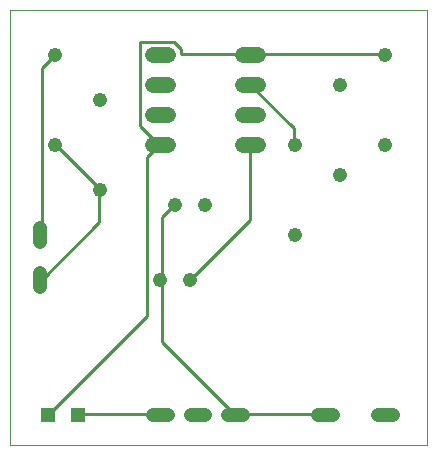
<source format=gtl>
G75*
G70*
%OFA0B0*%
%FSLAX24Y24*%
%IPPOS*%
%LPD*%
%AMOC8*
5,1,8,0,0,1.08239X$1,22.5*
%
%ADD10C,0.0000*%
%ADD11C,0.0520*%
%ADD12C,0.0476*%
%ADD13C,0.0476*%
%ADD14R,0.0476X0.0476*%
%ADD15C,0.0100*%
D10*
X000101Y000272D02*
X000101Y014768D01*
X013971Y014768D01*
X013971Y000272D01*
X000101Y000272D01*
D11*
X004841Y010272D02*
X005361Y010272D01*
X005361Y011272D02*
X004841Y011272D01*
X004841Y012272D02*
X005361Y012272D01*
X005361Y013272D02*
X004841Y013272D01*
X007841Y013272D02*
X008361Y013272D01*
X008361Y012272D02*
X007841Y012272D01*
X007841Y011272D02*
X008361Y011272D01*
X008361Y010272D02*
X007841Y010272D01*
D12*
X009601Y010272D03*
X011101Y009272D03*
X012601Y010272D03*
X011101Y012272D03*
X012601Y013272D03*
X006601Y008272D03*
X005601Y008272D03*
X006101Y005772D03*
X005101Y005772D03*
X003101Y008772D03*
X001601Y010272D03*
X003101Y011772D03*
X001601Y013272D03*
X009601Y007272D03*
D13*
X010363Y001272D02*
X010839Y001272D01*
X012363Y001272D02*
X012839Y001272D01*
X007839Y001272D02*
X007363Y001272D01*
X006589Y001272D02*
X006113Y001272D01*
X005339Y001272D02*
X004863Y001272D01*
X001101Y005534D02*
X001101Y006010D01*
X001101Y007034D02*
X001101Y007510D01*
D14*
X001351Y001272D03*
X002351Y001272D03*
D15*
X002421Y001312D01*
X005061Y001312D01*
X005101Y001272D01*
X005141Y003712D02*
X007541Y001312D01*
X007601Y001272D01*
X007621Y001312D01*
X010581Y001312D01*
X010601Y001272D01*
X006101Y005772D02*
X006101Y005792D01*
X008101Y007792D01*
X008101Y010272D01*
X009541Y010272D02*
X009601Y010272D01*
X009541Y010272D02*
X009541Y010832D01*
X008101Y012272D01*
X008101Y013272D02*
X008101Y013312D01*
X005781Y013312D01*
X005781Y013472D01*
X005541Y013712D01*
X004421Y013712D01*
X004421Y010912D01*
X005061Y010272D01*
X005101Y010272D01*
X005061Y010272D02*
X004661Y009872D01*
X004661Y004592D01*
X001381Y001312D01*
X001351Y001272D01*
X005141Y003712D02*
X005141Y005712D01*
X005101Y005772D01*
X005141Y005792D01*
X005141Y007872D01*
X005541Y008272D01*
X005601Y008272D01*
X003101Y008772D02*
X003061Y008832D01*
X001621Y010272D01*
X001601Y010272D01*
X003061Y008752D02*
X003101Y008772D01*
X003061Y008752D02*
X003061Y007712D01*
X001141Y005792D01*
X001101Y005772D01*
X001101Y007272D02*
X001141Y007312D01*
X001141Y012832D01*
X001541Y013232D01*
X001601Y013272D01*
X008101Y013312D02*
X012581Y013312D01*
X012601Y013272D01*
M02*

</source>
